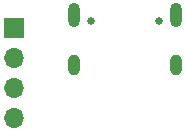
<source format=gbr>
%TF.GenerationSoftware,KiCad,Pcbnew,7.0.8*%
%TF.CreationDate,2023-10-22T22:03:38+02:00*%
%TF.ProjectId,Doodle Drive,446f6f64-6c65-4204-9472-6976652e6b69,1.0V*%
%TF.SameCoordinates,Original*%
%TF.FileFunction,Soldermask,Bot*%
%TF.FilePolarity,Negative*%
%FSLAX46Y46*%
G04 Gerber Fmt 4.6, Leading zero omitted, Abs format (unit mm)*
G04 Created by KiCad (PCBNEW 7.0.8) date 2023-10-22 22:03:38*
%MOMM*%
%LPD*%
G01*
G04 APERTURE LIST*
%ADD10C,0.650000*%
%ADD11O,1.000000X2.100000*%
%ADD12O,1.000000X1.800000*%
%ADD13R,1.700000X1.700000*%
%ADD14O,1.700000X1.700000*%
G04 APERTURE END LIST*
D10*
%TO.C,J1*%
X95262500Y-82335000D03*
X101042500Y-82335000D03*
D11*
X93832500Y-81815000D03*
D12*
X93832500Y-86015000D03*
D11*
X102472500Y-81815000D03*
D12*
X102472500Y-86015000D03*
%TD*%
D13*
%TO.C,J2*%
X88782500Y-82900000D03*
D14*
X88782500Y-85440000D03*
X88782500Y-87980000D03*
X88782500Y-90520000D03*
%TD*%
M02*

</source>
